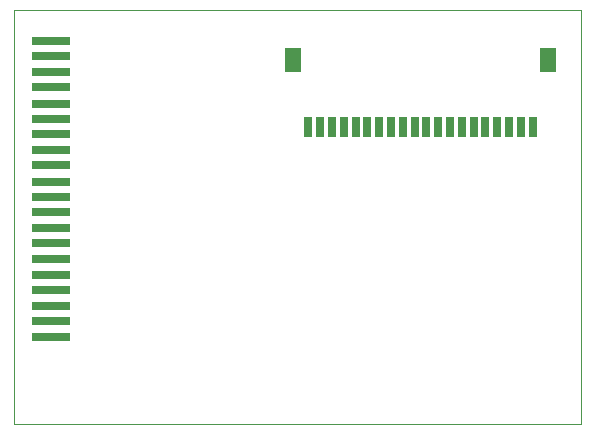
<source format=gbr>
%FSLAX34Y34*%
%MOMM*%
%LNSMDMASK_TOP*%
G71*
G01*
%ADD10C, 0.00*%
%ADD11R, 1.40X2.00*%
%ADD12R, 0.80X1.80*%
%ADD13R, 3.20X0.80*%
%LPD*%
G54D10*
X0Y350000D02*
X480000Y350000D01*
X480000Y0D01*
X0Y0D01*
X0Y350000D01*
X452000Y308000D02*
G54D11*
D03*
X236000Y308000D02*
G54D11*
D03*
X439000Y251000D02*
G54D12*
D03*
X429000Y251000D02*
G54D12*
D03*
X419000Y251000D02*
G54D12*
D03*
X409000Y251000D02*
G54D12*
D03*
X399000Y251000D02*
G54D12*
D03*
X389000Y251000D02*
G54D12*
D03*
X379000Y251000D02*
G54D12*
D03*
X369000Y251000D02*
G54D12*
D03*
X359000Y251000D02*
G54D12*
D03*
X349000Y251000D02*
G54D12*
D03*
X339000Y251000D02*
G54D12*
D03*
X329000Y251000D02*
G54D12*
D03*
X319000Y251000D02*
G54D12*
D03*
X309000Y251000D02*
G54D12*
D03*
X299000Y251000D02*
G54D12*
D03*
X289000Y251000D02*
G54D12*
D03*
X279000Y251000D02*
G54D12*
D03*
X269000Y251000D02*
G54D12*
D03*
X259000Y251000D02*
G54D12*
D03*
X249000Y251000D02*
G54D12*
D03*
X31000Y324000D02*
G54D13*
D03*
X31000Y311000D02*
G54D13*
D03*
X31000Y298000D02*
G54D13*
D03*
X31000Y285000D02*
G54D13*
D03*
X31000Y271000D02*
G54D13*
D03*
X31000Y258000D02*
G54D13*
D03*
X31000Y245000D02*
G54D13*
D03*
X31000Y232000D02*
G54D13*
D03*
X31000Y219000D02*
G54D13*
D03*
X31000Y205000D02*
G54D13*
D03*
X31000Y192000D02*
G54D13*
D03*
X31000Y179000D02*
G54D13*
D03*
X31000Y166000D02*
G54D13*
D03*
X31000Y153000D02*
G54D13*
D03*
X31000Y139000D02*
G54D13*
D03*
X31000Y126000D02*
G54D13*
D03*
X31000Y113000D02*
G54D13*
D03*
X31000Y100000D02*
G54D13*
D03*
X31000Y87000D02*
G54D13*
D03*
X31000Y73000D02*
G54D13*
D03*
M02*

</source>
